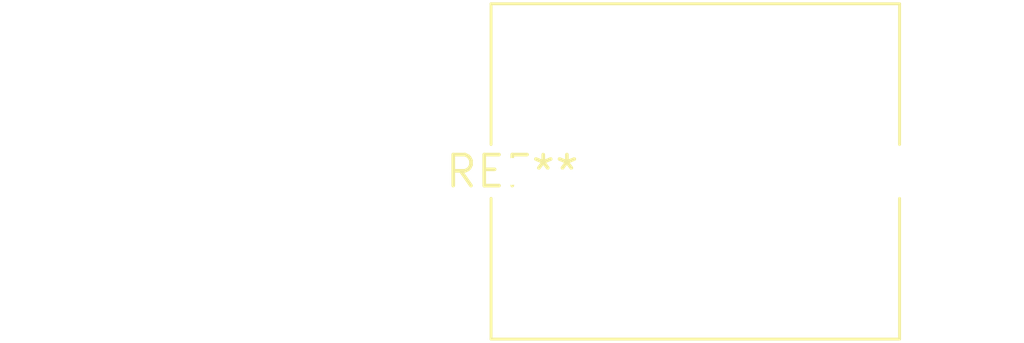
<source format=kicad_pcb>
(kicad_pcb (version 20240108) (generator pcbnew)
  (layers (0 "F.Cu" signal) (31 "B.Cu" signal) (34 "B.Paste" user) (35 "F.Paste" user) (36 "B.SilkS" user "B.Silkscreen") (37 "F.SilkS" user "F.Silkscreen") (38 "B.Mask" user) (39 "F.Mask" user) (44 "Edge.Cuts" user))
  (net 0 "")
  (footprint "C_Rect_L16.5mm_W13.5mm_P15.00mm_MKT" (layer "F.Cu") (at 0 0)
    (property "Reference" "REF**")
    (property "Value" "C_Rect_L16.5mm_W13.5mm_P15.00mm_MKT")
    (fp_line (start -0.87 -6.87) (end -0.87 -1.104) (layer "F.SilkS") (stroke (width 0.12)))
    (fp_line (start -0.87 -6.87) (end 15.87 -6.87) (layer "F.SilkS") (stroke (width 0.12)))
    (fp_line (start -0.87 1.104) (end -0.87 6.87) (layer "F.SilkS") (stroke (width 0.12)))
    (fp_line (start -0.87 6.87) (end 15.87 6.87) (layer "F.SilkS") (stroke (width 0.12)))
    (fp_line (start 15.87 -6.87) (end 15.87 -1.104) (layer "F.SilkS") (stroke (width 0.12)))
    (fp_line (start 15.87 1.104) (end 15.87 6.87) (layer "F.SilkS") (stroke (width 0.12)))
    (pad "1" thru_hole circle (at 0 0) (size 2.2 2.2) (drill 1.1) (layers *.Cu *.Mask) (remove_unused_layers))
    (pad "2" thru_hole circle (at 15 0) (size 2.2 2.2) (drill 1.1) (layers *.Cu *.Mask) (remove_unused_layers))
  )
)
</source>
